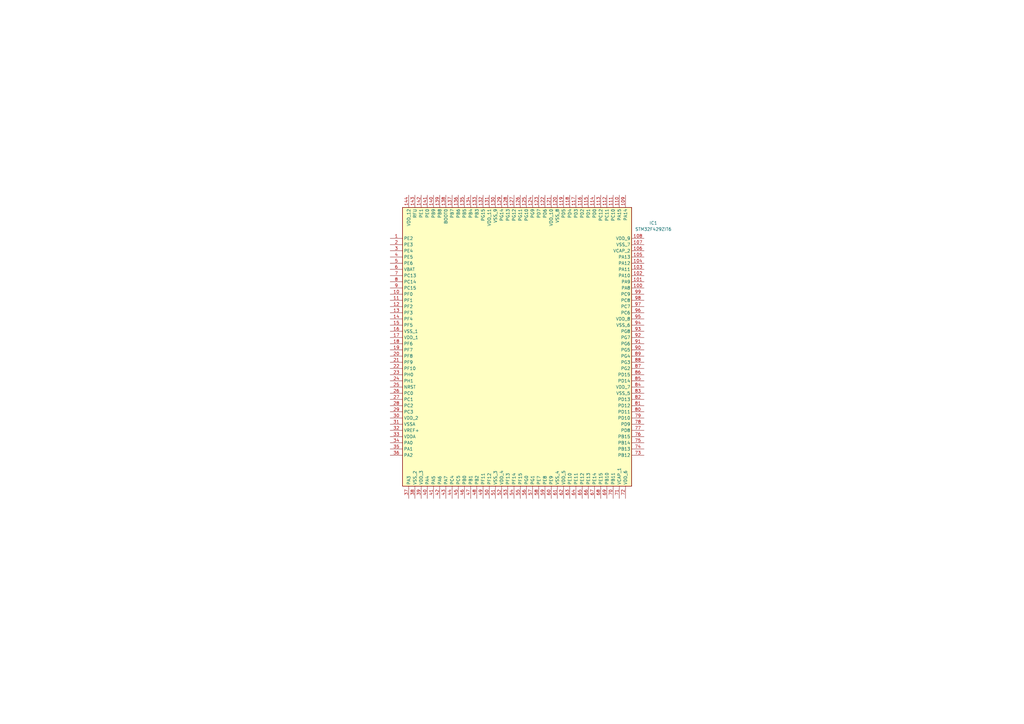
<source format=kicad_sch>
(kicad_sch (version 20231120) (generator "eeschema") (generator_version "8.0")
  (paper "A3")
  (title_block (title "Beer Carbonation System") (date "2024-09-27") (rev "1") (company "Hernán L. Bailo"))
  (lib_symbols
    (symbol "STM32F429ZIT6:STM32F429ZIT6"
      (property "Reference" "IC" (at 100.33 17.78 0))
      (property "Value" "STM32F429ZIT6" (at 100.33 15.24 0))
      (symbol "STM32F429ZIT6_1_1"
        (rectangle (start 5.08 12.7) (end 99.06 -101.6) (stroke (width 0.254)) (fill (type background)))
        (pin passive line (at 0 0 0) (length 5.08) (name "PE2") (number "1"))
        (pin passive line (at 0 -22.86 0) (length 5.08) (name "PF0") (number "10"))
        (pin passive line (at 104.14 -20.32 180) (length 5.08) (name "PA8") (number "100"))
        (pin passive line (at 104.14 -17.78 180) (length 5.08) (name "PA9") (number "101"))
        (pin passive line (at 104.14 -15.24 180) (length 5.08) (name "PA10") (number "102"))
        (pin passive line (at 104.14 -12.7 180) (length 5.08) (name "PA11") (number "103"))
        (pin passive line (at 104.14 -10.16 180) (length 5.08) (name "PA12") (number "104"))
        (pin passive line (at 104.14 -7.62 180) (length 5.08) (name "PA13") (number "105"))
        (pin passive line (at 104.14 -5.08 180) (length 5.08) (name "VCAP_2") (number "106"))
        (pin passive line (at 104.14 -2.54 180) (length 5.08) (name "VSS_7") (number "107"))
        (pin passive line (at 104.14 0 180) (length 5.08) (name "VDD_9") (number "108"))
        (pin passive line (at 96.52 17.78 270) (length 5.08) (name "PA14") (number "109"))
        (pin passive line (at 0 -25.4 0) (length 5.08) (name "PF1") (number "11"))
        (pin passive line (at 93.98 17.78 270) (length 5.08) (name "PA15") (number "110"))
        (pin passive line (at 91.44 17.78 270) (length 5.08) (name "PC10") (number "111"))
        (pin passive line (at 88.9 17.78 270) (length 5.08) (name "PC11") (number "112"))
        (pin passive line (at 86.36 17.78 270) (length 5.08) (name "PC12") (number "113"))
        (pin passive line (at 83.82 17.78 270) (length 5.08) (name "PD0") (number "114"))
        (pin passive line (at 81.28 17.78 270) (length 5.08) (name "PD1") (number "115"))
        (pin passive line (at 78.74 17.78 270) (length 5.08) (name "PD2") (number "116"))
        (pin passive line (at 76.2 17.78 270) (length 5.08) (name "PD3") (number "117"))
        (pin passive line (at 73.66 17.78 270) (length 5.08) (name "PD4") (number "118"))
        (pin passive line (at 71.12 17.78 270) (length 5.08) (name "PD5") (number "119"))
        (pin passive line (at 0 -27.94 0) (length 5.08) (name "PF2") (number "12"))
        (pin passive line (at 68.58 17.78 270) (length 5.08) (name "VSS_8") (number "120"))
        (pin passive line (at 66.04 17.78 270) (length 5.08) (name "VDD_10") (number "121"))
        (pin passive line (at 63.5 17.78 270) (length 5.08) (name "PD6") (number "122"))
        (pin passive line (at 60.96 17.78 270) (length 5.08) (name "PD7") (number "123"))
        (pin passive line (at 58.42 17.78 270) (length 5.08) (name "PG9") (number "124"))
        (pin passive line (at 55.88 17.78 270) (length 5.08) (name "PG10") (number "125"))
        (pin passive line (at 53.34 17.78 270) (length 5.08) (name "PG11") (number "126"))
        (pin passive line (at 50.8 17.78 270) (length 5.08) (name "PG12") (number "127"))
        (pin passive line (at 48.26 17.78 270) (length 5.08) (name "PG13") (number "128"))
        (pin passive line (at 45.72 17.78 270) (length 5.08) (name "PG14") (number "129"))
        (pin passive line (at 0 -30.48 0) (length 5.08) (name "PF3") (number "13"))
        (pin passive line (at 43.18 17.78 270) (length 5.08) (name "VSS_9") (number "130"))
        (pin passive line (at 40.64 17.78 270) (length 5.08) (name "VDD_11") (number "131"))
        (pin passive line (at 38.1 17.78 270) (length 5.08) (name "PG15") (number "132"))
        (pin passive line (at 35.56 17.78 270) (length 5.08) (name "PB3") (number "133"))
        (pin passive line (at 33.02 17.78 270) (length 5.08) (name "PB4") (number "134"))
        (pin passive line (at 30.48 17.78 270) (length 5.08) (name "PB5") (number "135"))
        (pin passive line (at 27.94 17.78 270) (length 5.08) (name "PB6") (number "136"))
        (pin passive line (at 25.4 17.78 270) (length 5.08) (name "PB7") (number "137"))
        (pin passive line (at 22.86 17.78 270) (length 5.08) (name "BOOT0") (number "138"))
        (pin passive line (at 20.32 17.78 270) (length 5.08) (name "PB8") (number "139"))
        (pin passive line (at 0 -33.02 0) (length 5.08) (name "PF4") (number "14"))
        (pin passive line (at 17.78 17.78 270) (length 5.08) (name "PB9") (number "140"))
        (pin passive line (at 15.24 17.78 270) (length 5.08) (name "PE0") (number "141"))
        (pin passive line (at 12.7 17.78 270) (length 5.08) (name "PE1") (number "142"))
        (pin passive line (at 10.16 17.78 270) (length 5.08) (name "RFU") (number "143"))
        (pin passive line (at 7.62 17.78 270) (length 5.08) (name "VDD_12") (number "144"))
        (pin passive line (at 0 -35.56 0) (length 5.08) (name "PF5") (number "15"))
        (pin passive line (at 0 -38.1 0) (length 5.08) (name "VSS_1") (number "16"))
        (pin passive line (at 0 -40.64 0) (length 5.08) (name "VDD_1") (number "17"))
        (pin passive line (at 0 -43.18 0) (length 5.08) (name "PF6") (number "18"))
        (pin passive line (at 0 -45.72 0) (length 5.08) (name "PF7") (number "19"))
        (pin passive line (at 0 -2.54 0) (length 5.08) (name "PE3") (number "2"))
        (pin passive line (at 0 -48.26 0) (length 5.08) (name "PF8") (number "20"))
        (pin passive line (at 0 -50.8 0) (length 5.08) (name "PF9") (number "21"))
        (pin passive line (at 0 -53.34 0) (length 5.08) (name "PF10") (number "22"))
        (pin passive line (at 0 -55.88 0) (length 5.08) (name "PH0") (number "23"))
        (pin passive line (at 0 -58.42 0) (length 5.08) (name "PH1") (number "24"))
        (pin passive line (at 0 -60.96 0) (length 5.08) (name "NRST") (number "25"))
        (pin passive line (at 0 -63.5 0) (length 5.08) (name "PC0") (number "26"))
        (pin passive line (at 0 -66.04 0) (length 5.08) (name "PC1") (number "27"))
        (pin passive line (at 0 -68.58 0) (length 5.08) (name "PC2") (number "28"))
        (pin passive line (at 0 -71.12 0) (length 5.08) (name "PC3") (number "29"))
        (pin passive line (at 0 -5.08 0) (length 5.08) (name "PE4") (number "3"))
        (pin passive line (at 0 -73.66 0) (length 5.08) (name "VDD_2") (number "30"))
        (pin passive line (at 0 -76.2 0) (length 5.08) (name "VSSA") (number "31"))
        (pin passive line (at 0 -78.74 0) (length 5.08) (name "VREF+") (number "32"))
        (pin passive line (at 0 -81.28 0) (length 5.08) (name "VDDA") (number "33"))
        (pin passive line (at 0 -83.82 0) (length 5.08) (name "PA0") (number "34"))
        (pin passive line (at 0 -86.36 0) (length 5.08) (name "PA1") (number "35"))
        (pin passive line (at 0 -88.9 0) (length 5.08) (name "PA2") (number "36"))
        (pin passive line (at 7.62 -106.68 90) (length 5.08) (name "PA3") (number "37"))
        (pin passive line (at 10.16 -106.68 90) (length 5.08) (name "VSS_2") (number "38"))
        (pin passive line (at 12.7 -106.68 90) (length 5.08) (name "VDD_3") (number "39"))
        (pin passive line (at 0 -7.62 0) (length 5.08) (name "PE5") (number "4"))
        (pin passive line (at 15.24 -106.68 90) (length 5.08) (name "PA4") (number "40"))
        (pin passive line (at 17.78 -106.68 90) (length 5.08) (name "PA5") (number "41"))
        (pin passive line (at 20.32 -106.68 90) (length 5.08) (name "PA6") (number "42"))
        (pin passive line (at 22.86 -106.68 90) (length 5.08) (name "PA7") (number "43"))
        (pin passive line (at 25.4 -106.68 90) (length 5.08) (name "PC4") (number "44"))
        (pin passive line (at 27.94 -106.68 90) (length 5.08) (name "PC5") (number "45"))
        (pin passive line (at 30.48 -106.68 90) (length 5.08) (name "PB0") (number "46"))
        (pin passive line (at 33.02 -106.68 90) (length 5.08) (name "PB1") (number "47"))
        (pin passive line (at 35.56 -106.68 90) (length 5.08) (name "PB2") (number "48"))
        (pin passive line (at 38.1 -106.68 90) (length 5.08) (name "PF11") (number "49"))
        (pin passive line (at 0 -10.16 0) (length 5.08) (name "PE6") (number "5"))
        (pin passive line (at 40.64 -106.68 90) (length 5.08) (name "PF12") (number "50"))
        (pin passive line (at 43.18 -106.68 90) (length 5.08) (name "VSS_3") (number "51"))
        (pin passive line (at 45.72 -106.68 90) (length 5.08) (name "VDD_4") (number "52"))
        (pin passive line (at 48.26 -106.68 90) (length 5.08) (name "PF13") (number "53"))
        (pin passive line (at 50.8 -106.68 90) (length 5.08) (name "PF14") (number "54"))
        (pin passive line (at 53.34 -106.68 90) (length 5.08) (name "PF15") (number "55"))
        (pin passive line (at 55.88 -106.68 90) (length 5.08) (name "PG0") (number "56"))
        (pin passive line (at 58.42 -106.68 90) (length 5.08) (name "PG1") (number "57"))
        (pin passive line (at 60.96 -106.68 90) (length 5.08) (name "PE7") (number "58"))
        (pin passive line (at 63.5 -106.68 90) (length 5.08) (name "PE8") (number "59"))
        (pin passive line (at 0 -12.7 0) (length 5.08) (name "VBAT") (number "6"))
        (pin passive line (at 66.04 -106.68 90) (length 5.08) (name "PE9") (number "60"))
        (pin passive line (at 68.58 -106.68 90) (length 5.08) (name "VSS_4") (number "61"))
        (pin passive line (at 71.12 -106.68 90) (length 5.08) (name "VDD_5") (number "62"))
        (pin passive line (at 73.66 -106.68 90) (length 5.08) (name "PE10") (number "63"))
        (pin passive line (at 76.2 -106.68 90) (length 5.08) (name "PE11") (number "64"))
        (pin passive line (at 78.74 -106.68 90) (length 5.08) (name "PE12") (number "65"))
        (pin passive line (at 81.28 -106.68 90) (length 5.08) (name "PE13") (number "66"))
        (pin passive line (at 83.82 -106.68 90) (length 5.08) (name "PE14") (number "67"))
        (pin passive line (at 86.36 -106.68 90) (length 5.08) (name "PE15") (number "68"))
        (pin passive line (at 88.9 -106.68 90) (length 5.08) (name "PB10") (number "69"))
        (pin passive line (at 0 -15.24 0) (length 5.08) (name "PC13") (number "7"))
        (pin passive line (at 91.44 -106.68 90) (length 5.08) (name "PB11") (number "70"))
        (pin passive line (at 93.98 -106.68 90) (length 5.08) (name "VCAP_1") (number "71"))
        (pin passive line (at 96.52 -106.68 90) (length 5.08) (name "VDD_6") (number "72"))
        (pin passive line (at 104.14 -88.9 180) (length 5.08) (name "PB12") (number "73"))
        (pin passive line (at 104.14 -86.36 180) (length 5.08) (name "PB13") (number "74"))
        (pin passive line (at 104.14 -83.82 180) (length 5.08) (name "PB14") (number "75"))
        (pin passive line (at 104.14 -81.28 180) (length 5.08) (name "PB15") (number "76"))
        (pin passive line (at 104.14 -78.74 180) (length 5.08) (name "PD8") (number "77"))
        (pin passive line (at 104.14 -76.2 180) (length 5.08) (name "PD9") (number "78"))
        (pin passive line (at 104.14 -73.66 180) (length 5.08) (name "PD10") (number "79"))
        (pin passive line (at 0 -17.78 0) (length 5.08) (name "PC14") (number "8"))
        (pin passive line (at 104.14 -71.12 180) (length 5.08) (name "PD11") (number "80"))
        (pin passive line (at 104.14 -68.58 180) (length 5.08) (name "PD12") (number "81"))
        (pin passive line (at 104.14 -66.04 180) (length 5.08) (name "PD13") (number "82"))
        (pin passive line (at 104.14 -63.5 180) (length 5.08) (name "VSS_5") (number "83"))
        (pin passive line (at 104.14 -60.96 180) (length 5.08) (name "VDD_7") (number "84"))
        (pin passive line (at 104.14 -58.42 180) (length 5.08) (name "PD14") (number "85"))
        (pin passive line (at 104.14 -55.88 180) (length 5.08) (name "PD15") (number "86"))
        (pin passive line (at 104.14 -53.34 180) (length 5.08) (name "PG2") (number "87"))
        (pin passive line (at 104.14 -50.8 180) (length 5.08) (name "PG3") (number "88"))
        (pin passive line (at 104.14 -48.26 180) (length 5.08) (name "PG4") (number "89"))
        (pin passive line (at 0 -20.32 0) (length 5.08) (name "PC15") (number "9"))
        (pin passive line (at 104.14 -45.72 180) (length 5.08) (name "PG5") (number "90"))
        (pin passive line (at 104.14 -43.18 180) (length 5.08) (name "PG6") (number "91"))
        (pin passive line (at 104.14 -40.64 180) (length 5.08) (name "PG7") (number "92"))
        (pin passive line (at 104.14 -38.1 180) (length 5.08) (name "PG8") (number "93"))
        (pin passive line (at 104.14 -35.56 180) (length 5.08) (name "VSS_6") (number "94"))
        (pin passive line (at 104.14 -33.02 180) (length 5.08) (name "VDD_8") (number "95"))
        (pin passive line (at 104.14 -30.48 180) (length 5.08) (name "PC6") (number "96"))
        (pin passive line (at 104.14 -27.94 180) (length 5.08) (name "PC7") (number "97"))
        (pin passive line (at 104.14 -25.4 180) (length 5.08) (name "PC8") (number "98"))
        (pin passive line (at 104.14 -22.86 180) (length 5.08) (name "PC9") (number "99"))
      )
    )
  )
  (symbol (lib_id "STM32F429ZIT6:STM32F429ZIT6") (at 160.02 97.79 0) (unit 1)
    (property "Reference" "IC1" (at 267.97 91.4714 0))
    (property "Value" "STM32F429ZIT6" (at 267.97 94.0114 0))
    (property "Footprint" "QFP50P2200X2200X160-144N" (effects (hide yes)))
    (property "Datasheet" "http://www.st.com/web/en/resource/technical/document/datasheet/DM00071990.pdf" (effects (hide yes)))
    (property "Description" "32-Bit MCU+FPU M4 2MB LCD-TFT LQFP144 STMicroelectronics STM32F429ZIT6, 32bit ARM Cortex M4 MCU, 180MHz, 2048 kB Flash, 144-Pin LQFP" (effects (hide yes)))
    (property "Height" "1.6" (effects (hide yes)))
    (property "Manufacturer_Name" "STMicroelectronics" (effects (hide yes)))
    (property "Manufacturer_Part_Number" "STM32F429ZIT6" (effects (hide yes)))
    (property "Mouser Part Number" "511-STM32F429ZIT6" (effects (hide yes)))
    (property "Mouser Price/Stock" "https://www.mouser.co.uk/ProductDetail/STMicroelectronics/STM32F429ZIT6?qs=DqCdCwOw4%2F5LWpMGYjTR8w%3D%3D" (effects (hide yes)))
    (property "Arrow Part Number" "STM32F429ZIT6" (effects (hide yes)))
    (property "Arrow Price/Stock" "https://www.arrow.com/en/products/stm32f429zit6/stmicroelectronics?utm_currency=USD&region=nac" (effects (hide yes)))
  )
)
</source>
